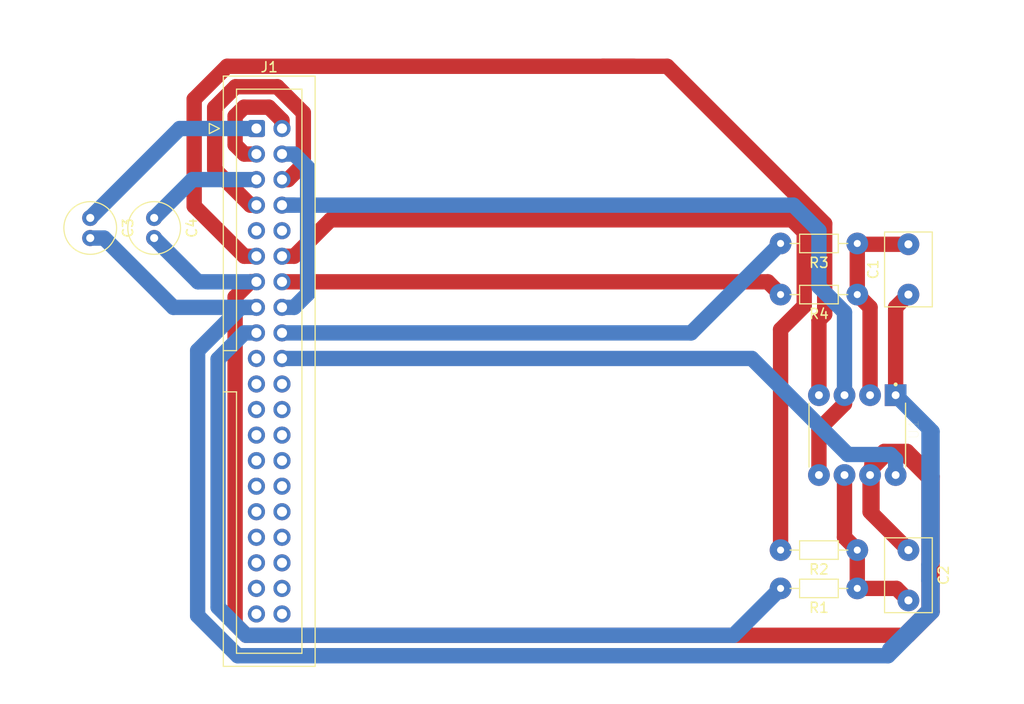
<source format=kicad_pcb>
(kicad_pcb (version 20171130) (host pcbnew "(5.1.9-0-10_14)")

  (general
    (thickness 1.6)
    (drawings 4)
    (tracks 124)
    (zones 0)
    (modules 10)
    (nets 19)
  )

  (page A4)
  (layers
    (0 F.Cu signal)
    (31 B.Cu signal)
    (32 B.Adhes user)
    (33 F.Adhes user)
    (34 B.Paste user)
    (35 F.Paste user)
    (36 B.SilkS user)
    (37 F.SilkS user)
    (38 B.Mask user)
    (39 F.Mask user)
    (40 Dwgs.User user)
    (41 Cmts.User user)
    (42 Eco1.User user)
    (43 Eco2.User user)
    (44 Edge.Cuts user)
    (45 Margin user)
    (46 B.CrtYd user)
    (47 F.CrtYd user)
    (48 B.Fab user)
    (49 F.Fab user)
  )

  (setup
    (last_trace_width 1.524)
    (trace_clearance 0.508)
    (zone_clearance 0.508)
    (zone_45_only no)
    (trace_min 0.2)
    (via_size 0.8)
    (via_drill 0.4)
    (via_min_size 0.4)
    (via_min_drill 0.3)
    (uvia_size 0.3)
    (uvia_drill 0.1)
    (uvias_allowed no)
    (uvia_min_size 0.2)
    (uvia_min_drill 0.1)
    (edge_width 0.05)
    (segment_width 0.2)
    (pcb_text_width 0.3)
    (pcb_text_size 1.5 1.5)
    (mod_edge_width 0.12)
    (mod_text_size 1 1)
    (mod_text_width 0.15)
    (pad_size 1.524 1.524)
    (pad_drill 0.762)
    (pad_to_mask_clearance 0)
    (aux_axis_origin 0 0)
    (visible_elements FFFFFF7F)
    (pcbplotparams
      (layerselection 0x010fc_ffffffff)
      (usegerberextensions false)
      (usegerberattributes true)
      (usegerberadvancedattributes true)
      (creategerberjobfile true)
      (excludeedgelayer true)
      (linewidth 0.100000)
      (plotframeref false)
      (viasonmask false)
      (mode 1)
      (useauxorigin false)
      (hpglpennumber 1)
      (hpglpenspeed 20)
      (hpglpendiameter 15.000000)
      (psnegative false)
      (psa4output false)
      (plotreference true)
      (plotvalue true)
      (plotinvisibletext false)
      (padsonsilk false)
      (subtractmaskfromsilk false)
      (outputformat 1)
      (mirror false)
      (drillshape 1)
      (scaleselection 1)
      (outputdirectory ""))
  )

  (net 0 "")
  (net 1 "Net-(C1-Pad1)")
  (net 2 "Net-(C1-Pad2)")
  (net 3 "Net-(C2-Pad2)")
  (net 4 "Net-(C2-Pad1)")
  (net 5 "Net-(C3-Pad1)")
  (net 6 "Net-(C4-Pad1)")
  (net 7 "Net-(J1-Pad2)")
  (net 8 "Net-(J1-Pad6)")
  (net 9 "Net-(J1-Pad9)")
  (net 10 "Net-(J1-Pad11)")
  (net 11 "Net-(J1-Pad17)")
  (net 12 "Net-(J1-Pad19)")
  (net 13 GND)
  (net 14 "Net-(J1-Pad10)")
  (net 15 "Net-(J1-Pad12)")
  (net 16 "Net-(J1-Pad14)")
  (net 17 "Net-(J1-Pad18)")
  (net 18 "Net-(J1-Pad20)")

  (net_class Default "This is the default net class."
    (clearance 0.508)
    (trace_width 1.524)
    (via_dia 0.8)
    (via_drill 0.4)
    (uvia_dia 0.3)
    (uvia_drill 0.1)
    (add_net GND)
    (add_net "Net-(C1-Pad1)")
    (add_net "Net-(C1-Pad2)")
    (add_net "Net-(C2-Pad1)")
    (add_net "Net-(C2-Pad2)")
    (add_net "Net-(C3-Pad1)")
    (add_net "Net-(C4-Pad1)")
    (add_net "Net-(J1-Pad10)")
    (add_net "Net-(J1-Pad11)")
    (add_net "Net-(J1-Pad12)")
    (add_net "Net-(J1-Pad14)")
    (add_net "Net-(J1-Pad17)")
    (add_net "Net-(J1-Pad18)")
    (add_net "Net-(J1-Pad19)")
    (add_net "Net-(J1-Pad2)")
    (add_net "Net-(J1-Pad20)")
    (add_net "Net-(J1-Pad6)")
    (add_net "Net-(J1-Pad9)")
  )

  (module Capacitor_THT:C_Rect_L7.2mm_W4.5mm_P5.00mm_FKS2_FKP2_MKS2_MKP2 (layer F.Cu) (tedit 6072201D) (tstamp 607FA680)
    (at 386.08 788.67 90)
    (descr "C, Rect series, Radial, pin pitch=5.00mm, , length*width=7.2*4.5mm^2, Capacitor, http://www.wima.com/EN/WIMA_FKS_2.pdf")
    (tags "C Rect series Radial pin pitch 5.00mm  length 7.2mm width 4.5mm Capacitor")
    (path /60866F30)
    (fp_text reference C1 (at 2.5 -3.5 90) (layer F.SilkS)
      (effects (font (size 1 1) (thickness 0.15)))
    )
    (fp_text value 47pF (at 2.5 3.5 90) (layer F.Fab)
      (effects (font (size 1 1) (thickness 0.15)))
    )
    (fp_line (start 6.35 -2.5) (end -1.35 -2.5) (layer F.CrtYd) (width 0.05))
    (fp_line (start 6.35 2.5) (end 6.35 -2.5) (layer F.CrtYd) (width 0.05))
    (fp_line (start -1.35 2.5) (end 6.35 2.5) (layer F.CrtYd) (width 0.05))
    (fp_line (start -1.35 -2.5) (end -1.35 2.5) (layer F.CrtYd) (width 0.05))
    (fp_line (start 6.22 -2.37) (end 6.22 2.37) (layer F.SilkS) (width 0.12))
    (fp_line (start -1.22 -2.37) (end -1.22 2.37) (layer F.SilkS) (width 0.12))
    (fp_line (start -1.22 2.37) (end 6.22 2.37) (layer F.SilkS) (width 0.12))
    (fp_line (start -1.22 -2.37) (end 6.22 -2.37) (layer F.SilkS) (width 0.12))
    (fp_line (start 6.1 -2.25) (end -1.1 -2.25) (layer F.Fab) (width 0.1))
    (fp_line (start 6.1 2.25) (end 6.1 -2.25) (layer F.Fab) (width 0.1))
    (fp_line (start -1.1 2.25) (end 6.1 2.25) (layer F.Fab) (width 0.1))
    (fp_line (start -1.1 -2.25) (end -1.1 2.25) (layer F.Fab) (width 0.1))
    (fp_text user %R (at 2.5 0 90) (layer F.Fab)
      (effects (font (size 1 1) (thickness 0.15)))
    )
    (pad 1 thru_hole circle (at 0 0 90) (size 2.159 2.159) (drill 0.8) (layers *.Cu *.Mask)
      (net 1 "Net-(C1-Pad1)"))
    (pad 2 thru_hole circle (at 5 0 90) (size 2.159 2.159) (drill 0.8) (layers *.Cu *.Mask)
      (net 2 "Net-(C1-Pad2)"))
    (model ${KISYS3DMOD}/Capacitor_THT.3dshapes/C_Rect_L7.2mm_W4.5mm_P5.00mm_FKS2_FKP2_MKS2_MKP2.wrl
      (at (xyz 0 0 0))
      (scale (xyz 1 1 1))
      (rotate (xyz 0 0 0))
    )
  )

  (module Capacitor_THT:C_Rect_L7.2mm_W4.5mm_P5.00mm_FKS2_FKP2_MKS2_MKP2 (layer F.Cu) (tedit 6072201D) (tstamp 607FA29C)
    (at 386.08 814.07 270)
    (descr "C, Rect series, Radial, pin pitch=5.00mm, , length*width=7.2*4.5mm^2, Capacitor, http://www.wima.com/EN/WIMA_FKS_2.pdf")
    (tags "C Rect series Radial pin pitch 5.00mm  length 7.2mm width 4.5mm Capacitor")
    (path /60867446)
    (fp_text reference C2 (at 2.5 -3.5 90) (layer F.SilkS)
      (effects (font (size 1 1) (thickness 0.15)))
    )
    (fp_text value 47pF (at 2.5 3.5 90) (layer F.Fab)
      (effects (font (size 1 1) (thickness 0.15)))
    )
    (fp_line (start -1.1 -2.25) (end -1.1 2.25) (layer F.Fab) (width 0.1))
    (fp_line (start -1.1 2.25) (end 6.1 2.25) (layer F.Fab) (width 0.1))
    (fp_line (start 6.1 2.25) (end 6.1 -2.25) (layer F.Fab) (width 0.1))
    (fp_line (start 6.1 -2.25) (end -1.1 -2.25) (layer F.Fab) (width 0.1))
    (fp_line (start -1.22 -2.37) (end 6.22 -2.37) (layer F.SilkS) (width 0.12))
    (fp_line (start -1.22 2.37) (end 6.22 2.37) (layer F.SilkS) (width 0.12))
    (fp_line (start -1.22 -2.37) (end -1.22 2.37) (layer F.SilkS) (width 0.12))
    (fp_line (start 6.22 -2.37) (end 6.22 2.37) (layer F.SilkS) (width 0.12))
    (fp_line (start -1.35 -2.5) (end -1.35 2.5) (layer F.CrtYd) (width 0.05))
    (fp_line (start -1.35 2.5) (end 6.35 2.5) (layer F.CrtYd) (width 0.05))
    (fp_line (start 6.35 2.5) (end 6.35 -2.5) (layer F.CrtYd) (width 0.05))
    (fp_line (start 6.35 -2.5) (end -1.35 -2.5) (layer F.CrtYd) (width 0.05))
    (fp_text user %R (at 2.5 0 90) (layer F.Fab)
      (effects (font (size 1 1) (thickness 0.15)))
    )
    (pad 2 thru_hole circle (at 5 0 270) (size 2.159 2.159) (drill 0.8) (layers *.Cu *.Mask)
      (net 3 "Net-(C2-Pad2)"))
    (pad 1 thru_hole circle (at 0 0 270) (size 2.159 2.159) (drill 0.8) (layers *.Cu *.Mask)
      (net 4 "Net-(C2-Pad1)"))
    (model ${KISYS3DMOD}/Capacitor_THT.3dshapes/C_Rect_L7.2mm_W4.5mm_P5.00mm_FKS2_FKP2_MKS2_MKP2.wrl
      (at (xyz 0 0 0))
      (scale (xyz 1 1 1))
      (rotate (xyz 0 0 0))
    )
  )

  (module Capacitor_THT:C_Radial_D5.0mm_H11.0mm_P2.00mm (layer F.Cu) (tedit 5BC5C9B9) (tstamp 607FA3C8)
    (at 304.8 781.05 270)
    (descr "C, Radial series, Radial, pin pitch=2.00mm, diameter=5mm, height=11mm, Non-Polar Electrolytic Capacitor")
    (tags "C Radial series Radial pin pitch 2.00mm diameter 5mm height 11mm Non-Polar Electrolytic Capacitor")
    (path /60819D8E)
    (fp_text reference C3 (at 1 -3.75 90) (layer F.SilkS)
      (effects (font (size 1 1) (thickness 0.15)))
    )
    (fp_text value 100uF (at 1 3.75 90) (layer F.Fab)
      (effects (font (size 1 1) (thickness 0.15)))
    )
    (fp_circle (center 1 0) (end 3.75 0) (layer F.CrtYd) (width 0.05))
    (fp_circle (center 1 0) (end 3.62 0) (layer F.SilkS) (width 0.12))
    (fp_circle (center 1 0) (end 3.5 0) (layer F.Fab) (width 0.1))
    (fp_text user %R (at 1 0 90) (layer F.Fab)
      (effects (font (size 1 1) (thickness 0.15)))
    )
    (pad 2 thru_hole circle (at 2 0 270) (size 1.6 1.6) (drill 0.8) (layers *.Cu *.Mask)
      (net 1 "Net-(C1-Pad1)"))
    (pad 1 thru_hole circle (at 0 0 270) (size 1.6 1.6) (drill 0.8) (layers *.Cu *.Mask)
      (net 5 "Net-(C3-Pad1)"))
    (model ${KISYS3DMOD}/Capacitor_THT.3dshapes/C_Radial_D5.0mm_H11.0mm_P2.00mm.wrl
      (at (xyz 0 0 0))
      (scale (xyz 1 1 1))
      (rotate (xyz 0 0 0))
    )
  )

  (module Capacitor_THT:C_Radial_D5.0mm_H11.0mm_P2.00mm (layer F.Cu) (tedit 5BC5C9B9) (tstamp 607FA3AD)
    (at 311.15 781.05 270)
    (descr "C, Radial series, Radial, pin pitch=2.00mm, diameter=5mm, height=11mm, Non-Polar Electrolytic Capacitor")
    (tags "C Radial series Radial pin pitch 2.00mm diameter 5mm height 11mm Non-Polar Electrolytic Capacitor")
    (path /60817CD0)
    (fp_text reference C4 (at 1 -3.75 90) (layer F.SilkS)
      (effects (font (size 1 1) (thickness 0.15)))
    )
    (fp_text value 100uF (at 1 3.75 90) (layer F.Fab)
      (effects (font (size 1 1) (thickness 0.15)))
    )
    (fp_circle (center 1 0) (end 3.5 0) (layer F.Fab) (width 0.1))
    (fp_circle (center 1 0) (end 3.62 0) (layer F.SilkS) (width 0.12))
    (fp_circle (center 1 0) (end 3.75 0) (layer F.CrtYd) (width 0.05))
    (fp_text user %R (at 1 0 90) (layer F.Fab)
      (effects (font (size 1 1) (thickness 0.15)))
    )
    (pad 1 thru_hole circle (at 0 0 270) (size 1.6 1.6) (drill 0.8) (layers *.Cu *.Mask)
      (net 6 "Net-(C4-Pad1)"))
    (pad 2 thru_hole circle (at 2 0 270) (size 1.6 1.6) (drill 0.8) (layers *.Cu *.Mask)
      (net 4 "Net-(C2-Pad1)"))
    (model ${KISYS3DMOD}/Capacitor_THT.3dshapes/C_Radial_D5.0mm_H11.0mm_P2.00mm.wrl
      (at (xyz 0 0 0))
      (scale (xyz 1 1 1))
      (rotate (xyz 0 0 0))
    )
  )

  (module Connector_IDC:IDC-Header_2x20_P2.54mm_Vertical (layer F.Cu) (tedit 5EAC9A07) (tstamp 607FA30C)
    (at 321.31 772.16)
    (descr "Through hole IDC box header, 2x20, 2.54mm pitch, DIN 41651 / IEC 60603-13, double rows, https://docs.google.com/spreadsheets/d/16SsEcesNF15N3Lb4niX7dcUr-NY5_MFPQhobNuNppn4/edit#gid=0")
    (tags "Through hole vertical IDC box header THT 2x20 2.54mm double row")
    (path /607D5126)
    (fp_text reference J1 (at 1.27 -6.1) (layer F.SilkS)
      (effects (font (size 1 1) (thickness 0.15)))
    )
    (fp_text value I/O (at 1.27 54.36) (layer F.Fab)
      (effects (font (size 1 1) (thickness 0.15)))
    )
    (fp_line (start -3.18 -4.1) (end -2.18 -5.1) (layer F.Fab) (width 0.1))
    (fp_line (start -2.18 -5.1) (end 5.72 -5.1) (layer F.Fab) (width 0.1))
    (fp_line (start 5.72 -5.1) (end 5.72 53.36) (layer F.Fab) (width 0.1))
    (fp_line (start 5.72 53.36) (end -3.18 53.36) (layer F.Fab) (width 0.1))
    (fp_line (start -3.18 53.36) (end -3.18 -4.1) (layer F.Fab) (width 0.1))
    (fp_line (start -3.18 22.08) (end -1.98 22.08) (layer F.Fab) (width 0.1))
    (fp_line (start -1.98 22.08) (end -1.98 -3.91) (layer F.Fab) (width 0.1))
    (fp_line (start -1.98 -3.91) (end 4.52 -3.91) (layer F.Fab) (width 0.1))
    (fp_line (start 4.52 -3.91) (end 4.52 52.17) (layer F.Fab) (width 0.1))
    (fp_line (start 4.52 52.17) (end -1.98 52.17) (layer F.Fab) (width 0.1))
    (fp_line (start -1.98 52.17) (end -1.98 26.18) (layer F.Fab) (width 0.1))
    (fp_line (start -1.98 26.18) (end -1.98 26.18) (layer F.Fab) (width 0.1))
    (fp_line (start -1.98 26.18) (end -3.18 26.18) (layer F.Fab) (width 0.1))
    (fp_line (start -3.29 -5.21) (end 5.83 -5.21) (layer F.SilkS) (width 0.12))
    (fp_line (start 5.83 -5.21) (end 5.83 53.47) (layer F.SilkS) (width 0.12))
    (fp_line (start 5.83 53.47) (end -3.29 53.47) (layer F.SilkS) (width 0.12))
    (fp_line (start -3.29 53.47) (end -3.29 -5.21) (layer F.SilkS) (width 0.12))
    (fp_line (start -3.29 22.08) (end -1.98 22.08) (layer F.SilkS) (width 0.12))
    (fp_line (start -1.98 22.08) (end -1.98 -3.91) (layer F.SilkS) (width 0.12))
    (fp_line (start -1.98 -3.91) (end 4.52 -3.91) (layer F.SilkS) (width 0.12))
    (fp_line (start 4.52 -3.91) (end 4.52 52.17) (layer F.SilkS) (width 0.12))
    (fp_line (start 4.52 52.17) (end -1.98 52.17) (layer F.SilkS) (width 0.12))
    (fp_line (start -1.98 52.17) (end -1.98 26.18) (layer F.SilkS) (width 0.12))
    (fp_line (start -1.98 26.18) (end -1.98 26.18) (layer F.SilkS) (width 0.12))
    (fp_line (start -1.98 26.18) (end -3.29 26.18) (layer F.SilkS) (width 0.12))
    (fp_line (start -3.68 0) (end -4.68 -0.5) (layer F.SilkS) (width 0.12))
    (fp_line (start -4.68 -0.5) (end -4.68 0.5) (layer F.SilkS) (width 0.12))
    (fp_line (start -4.68 0.5) (end -3.68 0) (layer F.SilkS) (width 0.12))
    (fp_line (start -3.68 -5.6) (end -3.68 53.86) (layer F.CrtYd) (width 0.05))
    (fp_line (start -3.68 53.86) (end 6.22 53.86) (layer F.CrtYd) (width 0.05))
    (fp_line (start 6.22 53.86) (end 6.22 -5.6) (layer F.CrtYd) (width 0.05))
    (fp_line (start 6.22 -5.6) (end -3.68 -5.6) (layer F.CrtYd) (width 0.05))
    (fp_text user %R (at 1.27 24.13 90) (layer F.Fab)
      (effects (font (size 1 1) (thickness 0.15)))
    )
    (pad 1 thru_hole roundrect (at 0 0) (size 1.7 1.7) (drill 1) (layers *.Cu *.Mask) (roundrect_rratio 0.147059)
      (net 5 "Net-(C3-Pad1)"))
    (pad 3 thru_hole circle (at 0 2.54) (size 1.7 1.7) (drill 1) (layers *.Cu *.Mask)
      (net 7 "Net-(J1-Pad2)"))
    (pad 5 thru_hole circle (at 0 5.08) (size 1.7 1.7) (drill 1) (layers *.Cu *.Mask)
      (net 6 "Net-(C4-Pad1)"))
    (pad 7 thru_hole circle (at 0 7.62) (size 1.7 1.7) (drill 1) (layers *.Cu *.Mask)
      (net 8 "Net-(J1-Pad6)"))
    (pad 9 thru_hole circle (at 0 10.16) (size 1.7 1.7) (drill 1) (layers *.Cu *.Mask)
      (net 9 "Net-(J1-Pad9)"))
    (pad 11 thru_hole circle (at 0 12.7) (size 1.7 1.7) (drill 1) (layers *.Cu *.Mask)
      (net 10 "Net-(J1-Pad11)"))
    (pad 13 thru_hole circle (at 0 15.24) (size 1.7 1.7) (drill 1) (layers *.Cu *.Mask)
      (net 4 "Net-(C2-Pad1)"))
    (pad 15 thru_hole circle (at 0 17.78) (size 1.7 1.7) (drill 1) (layers *.Cu *.Mask)
      (net 1 "Net-(C1-Pad1)"))
    (pad 17 thru_hole circle (at 0 20.32) (size 1.7 1.7) (drill 1) (layers *.Cu *.Mask)
      (net 11 "Net-(J1-Pad17)"))
    (pad 19 thru_hole circle (at 0 22.86) (size 1.7 1.7) (drill 1) (layers *.Cu *.Mask)
      (net 12 "Net-(J1-Pad19)"))
    (pad 21 thru_hole circle (at 0 25.4) (size 1.7 1.7) (drill 1) (layers *.Cu *.Mask))
    (pad 23 thru_hole circle (at 0 27.94) (size 1.7 1.7) (drill 1) (layers *.Cu *.Mask))
    (pad 25 thru_hole circle (at 0 30.48) (size 1.7 1.7) (drill 1) (layers *.Cu *.Mask))
    (pad 27 thru_hole circle (at 0 33.02) (size 1.7 1.7) (drill 1) (layers *.Cu *.Mask))
    (pad 29 thru_hole circle (at 0 35.56) (size 1.7 1.7) (drill 1) (layers *.Cu *.Mask))
    (pad 31 thru_hole circle (at 0 38.1) (size 1.7 1.7) (drill 1) (layers *.Cu *.Mask))
    (pad 33 thru_hole circle (at 0 40.64) (size 1.7 1.7) (drill 1) (layers *.Cu *.Mask))
    (pad 35 thru_hole circle (at 0 43.18) (size 1.7 1.7) (drill 1) (layers *.Cu *.Mask))
    (pad 37 thru_hole circle (at 0 45.72) (size 1.7 1.7) (drill 1) (layers *.Cu *.Mask))
    (pad 39 thru_hole circle (at 0 48.26) (size 1.7 1.7) (drill 1) (layers *.Cu *.Mask))
    (pad 2 thru_hole circle (at 2.54 0) (size 1.7 1.7) (drill 1) (layers *.Cu *.Mask)
      (net 7 "Net-(J1-Pad2)"))
    (pad 4 thru_hole circle (at 2.54 2.54) (size 1.7 1.7) (drill 1) (layers *.Cu *.Mask)
      (net 13 GND))
    (pad 6 thru_hole circle (at 2.54 5.08) (size 1.7 1.7) (drill 1) (layers *.Cu *.Mask)
      (net 8 "Net-(J1-Pad6)"))
    (pad 8 thru_hole circle (at 2.54 7.62) (size 1.7 1.7) (drill 1) (layers *.Cu *.Mask)
      (net 13 GND))
    (pad 10 thru_hole circle (at 2.54 10.16) (size 1.7 1.7) (drill 1) (layers *.Cu *.Mask)
      (net 14 "Net-(J1-Pad10)"))
    (pad 12 thru_hole circle (at 2.54 12.7) (size 1.7 1.7) (drill 1) (layers *.Cu *.Mask)
      (net 15 "Net-(J1-Pad12)"))
    (pad 14 thru_hole circle (at 2.54 15.24) (size 1.7 1.7) (drill 1) (layers *.Cu *.Mask)
      (net 16 "Net-(J1-Pad14)"))
    (pad 16 thru_hole circle (at 2.54 17.78) (size 1.7 1.7) (drill 1) (layers *.Cu *.Mask)
      (net 13 GND))
    (pad 18 thru_hole circle (at 2.54 20.32) (size 1.7 1.7) (drill 1) (layers *.Cu *.Mask)
      (net 17 "Net-(J1-Pad18)"))
    (pad 20 thru_hole circle (at 2.54 22.86) (size 1.7 1.7) (drill 1) (layers *.Cu *.Mask)
      (net 18 "Net-(J1-Pad20)"))
    (pad 22 thru_hole circle (at 2.54 25.4) (size 1.7 1.7) (drill 1) (layers *.Cu *.Mask))
    (pad 24 thru_hole circle (at 2.54 27.94) (size 1.7 1.7) (drill 1) (layers *.Cu *.Mask))
    (pad 26 thru_hole circle (at 2.54 30.48) (size 1.7 1.7) (drill 1) (layers *.Cu *.Mask))
    (pad 28 thru_hole circle (at 2.54 33.02) (size 1.7 1.7) (drill 1) (layers *.Cu *.Mask))
    (pad 30 thru_hole circle (at 2.54 35.56) (size 1.7 1.7) (drill 1) (layers *.Cu *.Mask))
    (pad 32 thru_hole circle (at 2.54 38.1) (size 1.7 1.7) (drill 1) (layers *.Cu *.Mask))
    (pad 34 thru_hole circle (at 2.54 40.64) (size 1.7 1.7) (drill 1) (layers *.Cu *.Mask))
    (pad 36 thru_hole circle (at 2.54 43.18) (size 1.7 1.7) (drill 1) (layers *.Cu *.Mask))
    (pad 38 thru_hole circle (at 2.54 45.72) (size 1.7 1.7) (drill 1) (layers *.Cu *.Mask))
    (pad 40 thru_hole circle (at 2.54 48.26) (size 1.7 1.7) (drill 1) (layers *.Cu *.Mask))
    (model ${KISYS3DMOD}/Connector_IDC.3dshapes/IDC-Header_2x20_P2.54mm_Vertical.wrl
      (at (xyz 0 0 0))
      (scale (xyz 1 1 1))
      (rotate (xyz 0 0 0))
    )
  )

  (module Resistor_THT:R_Axial_DIN0204_L3.6mm_D1.6mm_P7.62mm_Horizontal (layer F.Cu) (tedit 60721FB0) (tstamp 607FA636)
    (at 381 817.88 180)
    (descr "Resistor, Axial_DIN0204 series, Axial, Horizontal, pin pitch=7.62mm, 0.167W, length*diameter=3.6*1.6mm^2, http://cdn-reichelt.de/documents/datenblatt/B400/1_4W%23YAG.pdf")
    (tags "Resistor Axial_DIN0204 series Axial Horizontal pin pitch 7.62mm 0.167W length 3.6mm diameter 1.6mm")
    (path /607D2DA3)
    (fp_text reference R1 (at 3.81 -1.92) (layer F.SilkS)
      (effects (font (size 1 1) (thickness 0.15)))
    )
    (fp_text value 47K (at 3.81 1.92) (layer F.Fab)
      (effects (font (size 1 1) (thickness 0.15)))
    )
    (fp_line (start 2.01 -0.8) (end 2.01 0.8) (layer F.Fab) (width 0.1))
    (fp_line (start 2.01 0.8) (end 5.61 0.8) (layer F.Fab) (width 0.1))
    (fp_line (start 5.61 0.8) (end 5.61 -0.8) (layer F.Fab) (width 0.1))
    (fp_line (start 5.61 -0.8) (end 2.01 -0.8) (layer F.Fab) (width 0.1))
    (fp_line (start 0 0) (end 2.01 0) (layer F.Fab) (width 0.1))
    (fp_line (start 7.62 0) (end 5.61 0) (layer F.Fab) (width 0.1))
    (fp_line (start 1.89 -0.92) (end 1.89 0.92) (layer F.SilkS) (width 0.12))
    (fp_line (start 1.89 0.92) (end 5.73 0.92) (layer F.SilkS) (width 0.12))
    (fp_line (start 5.73 0.92) (end 5.73 -0.92) (layer F.SilkS) (width 0.12))
    (fp_line (start 5.73 -0.92) (end 1.89 -0.92) (layer F.SilkS) (width 0.12))
    (fp_line (start 0.94 0) (end 1.89 0) (layer F.SilkS) (width 0.12))
    (fp_line (start 6.68 0) (end 5.73 0) (layer F.SilkS) (width 0.12))
    (fp_line (start -0.95 -1.05) (end -0.95 1.05) (layer F.CrtYd) (width 0.05))
    (fp_line (start -0.95 1.05) (end 8.57 1.05) (layer F.CrtYd) (width 0.05))
    (fp_line (start 8.57 1.05) (end 8.57 -1.05) (layer F.CrtYd) (width 0.05))
    (fp_line (start 8.57 -1.05) (end -0.95 -1.05) (layer F.CrtYd) (width 0.05))
    (fp_text user %R (at 3.81 0) (layer F.Fab)
      (effects (font (size 0.72 0.72) (thickness 0.108)))
    )
    (pad 2 thru_hole oval (at 7.62 0 180) (size 2.159 2.159) (drill 0.7) (layers *.Cu *.Mask)
      (net 11 "Net-(J1-Pad17)"))
    (pad 1 thru_hole circle (at 0 0 180) (size 2.159 2.159) (drill 0.7) (layers *.Cu *.Mask)
      (net 3 "Net-(C2-Pad2)"))
    (model ${KISYS3DMOD}/Resistor_THT.3dshapes/R_Axial_DIN0204_L3.6mm_D1.6mm_P7.62mm_Horizontal.wrl
      (at (xyz 0 0 0))
      (scale (xyz 1 1 1))
      (rotate (xyz 0 0 0))
    )
  )

  (module Resistor_THT:R_Axial_DIN0204_L3.6mm_D1.6mm_P7.62mm_Horizontal (layer F.Cu) (tedit 60721FB0) (tstamp 607FA5F4)
    (at 381 814.07 180)
    (descr "Resistor, Axial_DIN0204 series, Axial, Horizontal, pin pitch=7.62mm, 0.167W, length*diameter=3.6*1.6mm^2, http://cdn-reichelt.de/documents/datenblatt/B400/1_4W%23YAG.pdf")
    (tags "Resistor Axial_DIN0204 series Axial Horizontal pin pitch 7.62mm 0.167W length 3.6mm diameter 1.6mm")
    (path /608A00D1)
    (fp_text reference R2 (at 3.81 -1.92) (layer F.SilkS)
      (effects (font (size 1 1) (thickness 0.15)))
    )
    (fp_text value 22K (at 3.81 1.92) (layer F.Fab)
      (effects (font (size 1 1) (thickness 0.15)))
    )
    (fp_line (start 2.01 -0.8) (end 2.01 0.8) (layer F.Fab) (width 0.1))
    (fp_line (start 2.01 0.8) (end 5.61 0.8) (layer F.Fab) (width 0.1))
    (fp_line (start 5.61 0.8) (end 5.61 -0.8) (layer F.Fab) (width 0.1))
    (fp_line (start 5.61 -0.8) (end 2.01 -0.8) (layer F.Fab) (width 0.1))
    (fp_line (start 0 0) (end 2.01 0) (layer F.Fab) (width 0.1))
    (fp_line (start 7.62 0) (end 5.61 0) (layer F.Fab) (width 0.1))
    (fp_line (start 1.89 -0.92) (end 1.89 0.92) (layer F.SilkS) (width 0.12))
    (fp_line (start 1.89 0.92) (end 5.73 0.92) (layer F.SilkS) (width 0.12))
    (fp_line (start 5.73 0.92) (end 5.73 -0.92) (layer F.SilkS) (width 0.12))
    (fp_line (start 5.73 -0.92) (end 1.89 -0.92) (layer F.SilkS) (width 0.12))
    (fp_line (start 0.94 0) (end 1.89 0) (layer F.SilkS) (width 0.12))
    (fp_line (start 6.68 0) (end 5.73 0) (layer F.SilkS) (width 0.12))
    (fp_line (start -0.95 -1.05) (end -0.95 1.05) (layer F.CrtYd) (width 0.05))
    (fp_line (start -0.95 1.05) (end 8.57 1.05) (layer F.CrtYd) (width 0.05))
    (fp_line (start 8.57 1.05) (end 8.57 -1.05) (layer F.CrtYd) (width 0.05))
    (fp_line (start 8.57 -1.05) (end -0.95 -1.05) (layer F.CrtYd) (width 0.05))
    (fp_text user %R (at 3.81 0) (layer F.Fab)
      (effects (font (size 0.72 0.72) (thickness 0.108)))
    )
    (pad 2 thru_hole oval (at 7.62 0 180) (size 2.159 2.159) (drill 0.7) (layers *.Cu *.Mask)
      (net 15 "Net-(J1-Pad12)"))
    (pad 1 thru_hole circle (at 0 0 180) (size 2.159 2.159) (drill 0.7) (layers *.Cu *.Mask)
      (net 3 "Net-(C2-Pad2)"))
    (model ${KISYS3DMOD}/Resistor_THT.3dshapes/R_Axial_DIN0204_L3.6mm_D1.6mm_P7.62mm_Horizontal.wrl
      (at (xyz 0 0 0))
      (scale (xyz 1 1 1))
      (rotate (xyz 0 0 0))
    )
  )

  (module Resistor_THT:R_Axial_DIN0204_L3.6mm_D1.6mm_P7.62mm_Horizontal (layer F.Cu) (tedit 60721FB0) (tstamp 607FA5B2)
    (at 381 783.59 180)
    (descr "Resistor, Axial_DIN0204 series, Axial, Horizontal, pin pitch=7.62mm, 0.167W, length*diameter=3.6*1.6mm^2, http://cdn-reichelt.de/documents/datenblatt/B400/1_4W%23YAG.pdf")
    (tags "Resistor Axial_DIN0204 series Axial Horizontal pin pitch 7.62mm 0.167W length 3.6mm diameter 1.6mm")
    (path /607D271B)
    (fp_text reference R3 (at 3.81 -1.92) (layer F.SilkS)
      (effects (font (size 1 1) (thickness 0.15)))
    )
    (fp_text value 47K (at 3.81 1.92) (layer F.Fab)
      (effects (font (size 1 1) (thickness 0.15)))
    )
    (fp_line (start 8.57 -1.05) (end -0.95 -1.05) (layer F.CrtYd) (width 0.05))
    (fp_line (start 8.57 1.05) (end 8.57 -1.05) (layer F.CrtYd) (width 0.05))
    (fp_line (start -0.95 1.05) (end 8.57 1.05) (layer F.CrtYd) (width 0.05))
    (fp_line (start -0.95 -1.05) (end -0.95 1.05) (layer F.CrtYd) (width 0.05))
    (fp_line (start 6.68 0) (end 5.73 0) (layer F.SilkS) (width 0.12))
    (fp_line (start 0.94 0) (end 1.89 0) (layer F.SilkS) (width 0.12))
    (fp_line (start 5.73 -0.92) (end 1.89 -0.92) (layer F.SilkS) (width 0.12))
    (fp_line (start 5.73 0.92) (end 5.73 -0.92) (layer F.SilkS) (width 0.12))
    (fp_line (start 1.89 0.92) (end 5.73 0.92) (layer F.SilkS) (width 0.12))
    (fp_line (start 1.89 -0.92) (end 1.89 0.92) (layer F.SilkS) (width 0.12))
    (fp_line (start 7.62 0) (end 5.61 0) (layer F.Fab) (width 0.1))
    (fp_line (start 0 0) (end 2.01 0) (layer F.Fab) (width 0.1))
    (fp_line (start 5.61 -0.8) (end 2.01 -0.8) (layer F.Fab) (width 0.1))
    (fp_line (start 5.61 0.8) (end 5.61 -0.8) (layer F.Fab) (width 0.1))
    (fp_line (start 2.01 0.8) (end 5.61 0.8) (layer F.Fab) (width 0.1))
    (fp_line (start 2.01 -0.8) (end 2.01 0.8) (layer F.Fab) (width 0.1))
    (fp_text user %R (at 3.81 0) (layer F.Fab)
      (effects (font (size 0.72 0.72) (thickness 0.108)))
    )
    (pad 1 thru_hole circle (at 0 0 180) (size 2.159 2.159) (drill 0.7) (layers *.Cu *.Mask)
      (net 2 "Net-(C1-Pad2)"))
    (pad 2 thru_hole oval (at 7.62 0 180) (size 2.159 2.159) (drill 0.7) (layers *.Cu *.Mask)
      (net 17 "Net-(J1-Pad18)"))
    (model ${KISYS3DMOD}/Resistor_THT.3dshapes/R_Axial_DIN0204_L3.6mm_D1.6mm_P7.62mm_Horizontal.wrl
      (at (xyz 0 0 0))
      (scale (xyz 1 1 1))
      (rotate (xyz 0 0 0))
    )
  )

  (module Resistor_THT:R_Axial_DIN0204_L3.6mm_D1.6mm_P7.62mm_Horizontal (layer F.Cu) (tedit 60721FB0) (tstamp 607FA570)
    (at 381 788.67 180)
    (descr "Resistor, Axial_DIN0204 series, Axial, Horizontal, pin pitch=7.62mm, 0.167W, length*diameter=3.6*1.6mm^2, http://cdn-reichelt.de/documents/datenblatt/B400/1_4W%23YAG.pdf")
    (tags "Resistor Axial_DIN0204 series Axial Horizontal pin pitch 7.62mm 0.167W length 3.6mm diameter 1.6mm")
    (path /6087FBEE)
    (fp_text reference R4 (at 3.81 -1.92) (layer F.SilkS)
      (effects (font (size 1 1) (thickness 0.15)))
    )
    (fp_text value 22K (at 3.81 1.92) (layer F.Fab)
      (effects (font (size 1 1) (thickness 0.15)))
    )
    (fp_line (start 8.57 -1.05) (end -0.95 -1.05) (layer F.CrtYd) (width 0.05))
    (fp_line (start 8.57 1.05) (end 8.57 -1.05) (layer F.CrtYd) (width 0.05))
    (fp_line (start -0.95 1.05) (end 8.57 1.05) (layer F.CrtYd) (width 0.05))
    (fp_line (start -0.95 -1.05) (end -0.95 1.05) (layer F.CrtYd) (width 0.05))
    (fp_line (start 6.68 0) (end 5.73 0) (layer F.SilkS) (width 0.12))
    (fp_line (start 0.94 0) (end 1.89 0) (layer F.SilkS) (width 0.12))
    (fp_line (start 5.73 -0.92) (end 1.89 -0.92) (layer F.SilkS) (width 0.12))
    (fp_line (start 5.73 0.92) (end 5.73 -0.92) (layer F.SilkS) (width 0.12))
    (fp_line (start 1.89 0.92) (end 5.73 0.92) (layer F.SilkS) (width 0.12))
    (fp_line (start 1.89 -0.92) (end 1.89 0.92) (layer F.SilkS) (width 0.12))
    (fp_line (start 7.62 0) (end 5.61 0) (layer F.Fab) (width 0.1))
    (fp_line (start 0 0) (end 2.01 0) (layer F.Fab) (width 0.1))
    (fp_line (start 5.61 -0.8) (end 2.01 -0.8) (layer F.Fab) (width 0.1))
    (fp_line (start 5.61 0.8) (end 5.61 -0.8) (layer F.Fab) (width 0.1))
    (fp_line (start 2.01 0.8) (end 5.61 0.8) (layer F.Fab) (width 0.1))
    (fp_line (start 2.01 -0.8) (end 2.01 0.8) (layer F.Fab) (width 0.1))
    (fp_text user %R (at 3.81 0) (layer F.Fab)
      (effects (font (size 0.72 0.72) (thickness 0.108)))
    )
    (pad 1 thru_hole circle (at 0 0 180) (size 2.159 2.159) (drill 0.7) (layers *.Cu *.Mask)
      (net 2 "Net-(C1-Pad2)"))
    (pad 2 thru_hole oval (at 7.62 0 180) (size 2.159 2.159) (drill 0.7) (layers *.Cu *.Mask)
      (net 16 "Net-(J1-Pad14)"))
    (model ${KISYS3DMOD}/Resistor_THT.3dshapes/R_Axial_DIN0204_L3.6mm_D1.6mm_P7.62mm_Horizontal.wrl
      (at (xyz 0 0 0))
      (scale (xyz 1 1 1))
      (rotate (xyz 0 0 0))
    )
  )

  (module DIP794W45P254L959H508Q8 (layer F.Cu) (tedit 60722085) (tstamp 607FA52C)
    (at 381 802.64 270)
    (path /607D1D41)
    (fp_text reference U1 (at -0.565 -5.607 90) (layer F.SilkS)
      (effects (font (size 1 1) (thickness 0.015)))
    )
    (fp_text value LM833N (at 10.865 5.607 90) (layer F.Fab)
      (effects (font (size 1 1) (thickness 0.015)))
    )
    (fp_line (start -4.785 -5.045) (end -4.785 5.045) (layer F.CrtYd) (width 0.05))
    (fp_line (start 4.785 -5.045) (end 4.785 5.045) (layer F.CrtYd) (width 0.05))
    (fp_line (start 4.785 5.045) (end -4.785 5.045) (layer F.CrtYd) (width 0.05))
    (fp_line (start 4.785 -5.045) (end -4.785 -5.045) (layer F.CrtYd) (width 0.05))
    (fp_line (start 3.175 -4.795) (end 3.175 4.795) (layer F.Fab) (width 0.127))
    (fp_line (start -3.175 -4.795) (end -3.175 4.795) (layer F.Fab) (width 0.127))
    (fp_line (start -3.175 4.795) (end 3.175 4.795) (layer F.SilkS) (width 0.127))
    (fp_line (start -3.175 -4.795) (end 3.175 -4.795) (layer F.SilkS) (width 0.127))
    (fp_line (start -3.175 4.795) (end 3.175 4.795) (layer F.Fab) (width 0.127))
    (fp_line (start -3.175 -4.795) (end 3.175 -4.795) (layer F.Fab) (width 0.127))
    (fp_circle (center -5.035 -3.81) (end -4.935 -3.81) (layer F.Fab) (width 0.2))
    (fp_circle (center -5.035 -3.81) (end -4.935 -3.81) (layer F.SilkS) (width 0.2))
    (pad 1 thru_hole rect (at -3.97 -3.81 270) (size 2.159 2.159) (drill 0.78) (layers *.Cu *.Mask)
      (net 1 "Net-(C1-Pad1)"))
    (pad 2 thru_hole circle (at -3.97 -1.27 270) (size 2.159 2.159) (drill 0.78) (layers *.Cu *.Mask)
      (net 2 "Net-(C1-Pad2)"))
    (pad 3 thru_hole circle (at -3.97 1.27 270) (size 2.159 2.159) (drill 0.78) (layers *.Cu *.Mask)
      (net 13 GND))
    (pad 4 thru_hole circle (at -3.97 3.81 270) (size 2.159 2.159) (drill 0.78) (layers *.Cu *.Mask)
      (net 10 "Net-(J1-Pad11)"))
    (pad 5 thru_hole circle (at 3.97 3.81 270) (size 2.159 2.159) (drill 0.78) (layers *.Cu *.Mask)
      (net 13 GND))
    (pad 6 thru_hole circle (at 3.97 1.27 270) (size 2.159 2.159) (drill 0.78) (layers *.Cu *.Mask)
      (net 3 "Net-(C2-Pad2)"))
    (pad 7 thru_hole circle (at 3.97 -1.27 270) (size 2.159 2.159) (drill 0.78) (layers *.Cu *.Mask)
      (net 4 "Net-(C2-Pad1)"))
    (pad 8 thru_hole circle (at 3.97 -3.81 270) (size 2.159 2.159) (drill 0.78) (layers *.Cu *.Mask)
      (net 18 "Net-(J1-Pad20)"))
  )

  (gr_line (start 295.91 759.46) (end 295.91 829.31) (layer Dwgs.User) (width 0.15))
  (gr_line (start 397.51 759.46) (end 295.91 759.46) (layer Dwgs.User) (width 0.15))
  (gr_line (start 397.51 829.31) (end 397.51 759.46) (layer Dwgs.User) (width 0.15))
  (gr_line (start 295.91 829.31) (end 397.51 829.31) (layer Dwgs.User) (width 0.15) (tstamp 607FA66C))

  (segment (start 384.81 789.94) (end 386.08 788.67) (width 1.524) (layer F.Cu) (net 1) (tstamp 607FA513) (status 20))
  (segment (start 384.81 798.67) (end 384.81 789.94) (width 1.524) (layer F.Cu) (net 1) (tstamp 607FA669) (status 10))
  (segment (start 388.121501 801.981501) (end 384.81 798.67) (width 1.524) (layer B.Cu) (net 1) (tstamp 607FA504) (status 20))
  (segment (start 388.121501 820.049921) (end 388.121501 801.981501) (width 1.524) (layer B.Cu) (net 1) (tstamp 607FA501))
  (segment (start 384.215411 823.956011) (end 388.121501 820.049921) (width 1.524) (layer B.Cu) (net 1) (tstamp 607FA4FE))
  (segment (start 306.171882 783.05) (end 304.8 783.05) (width 1.524) (layer B.Cu) (net 1) (status 20))
  (segment (start 313.061882 789.94) (end 306.171882 783.05) (width 1.524) (layer B.Cu) (net 1))
  (segment (start 321.31 789.94) (end 313.061882 789.94) (width 1.524) (layer B.Cu) (net 1) (status 10))
  (segment (start 388.429501 802.289501) (end 384.81 798.67) (width 1.524) (layer B.Cu) (net 1) (status 20))
  (segment (start 388.429501 815.197761) (end 388.429501 802.289501) (width 1.524) (layer B.Cu) (net 1))
  (segment (start 388.121501 815.505761) (end 388.429501 815.197761) (width 1.524) (layer B.Cu) (net 1))
  (segment (start 388.121501 817.108499) (end 388.121501 815.505761) (width 1.524) (layer B.Cu) (net 1))
  (segment (start 388.429501 820.197761) (end 388.429501 817.416499) (width 1.524) (layer B.Cu) (net 1))
  (segment (start 384.055251 824.572011) (end 388.429501 820.197761) (width 1.524) (layer B.Cu) (net 1))
  (segment (start 319.450713 824.572011) (end 384.055251 824.572011) (width 1.524) (layer B.Cu) (net 1))
  (segment (start 315.467991 820.589289) (end 319.450713 824.572011) (width 1.524) (layer B.Cu) (net 1))
  (segment (start 315.46799 794.246233) (end 315.467991 820.589289) (width 1.524) (layer B.Cu) (net 1))
  (segment (start 388.429501 817.416499) (end 388.121501 817.108499) (width 1.524) (layer B.Cu) (net 1))
  (segment (start 319.774223 789.94) (end 315.46799 794.246233) (width 1.524) (layer B.Cu) (net 1))
  (segment (start 321.31 789.94) (end 319.774223 789.94) (width 1.524) (layer B.Cu) (net 1) (status 10))
  (segment (start 381.08 783.67) (end 381 783.59) (width 1.524) (layer F.Cu) (net 2) (tstamp 607FA4EF) (status 30))
  (segment (start 386.08 783.67) (end 381.08 783.67) (width 1.524) (layer F.Cu) (net 2) (tstamp 607FA4EC) (status 30))
  (segment (start 382.27 789.94) (end 381 788.67) (width 1.524) (layer F.Cu) (net 2) (tstamp 607FA4E9) (status 20))
  (segment (start 382.27 798.67) (end 382.27 789.94) (width 1.524) (layer F.Cu) (net 2) (tstamp 607FA4E6) (status 10))
  (segment (start 381 788.67) (end 381 783.59) (width 1.524) (layer F.Cu) (net 2) (tstamp 607FA4E3) (status 30))
  (segment (start 379.73 812.8) (end 381 814.07) (width 1.524) (layer F.Cu) (net 3) (tstamp 607FA4E0) (status 20))
  (segment (start 379.73 806.61) (end 379.73 812.8) (width 1.524) (layer F.Cu) (net 3) (tstamp 607FA4DD) (status 10))
  (segment (start 381 817.88) (end 381 814.07) (width 1.524) (layer F.Cu) (net 3) (tstamp 607FA4DA) (status 30))
  (segment (start 384.89 817.88) (end 386.08 819.07) (width 1.524) (layer F.Cu) (net 3) (tstamp 607FA4D7) (status 20))
  (segment (start 381 817.88) (end 384.89 817.88) (width 1.524) (layer F.Cu) (net 3) (tstamp 607FA4D4) (status 10))
  (segment (start 382.27 810.26) (end 386.08 814.07) (width 1.524) (layer F.Cu) (net 4) (tstamp 607FA4D1) (status 20))
  (segment (start 382.27 806.61) (end 382.27 810.26) (width 1.524) (layer F.Cu) (net 4) (tstamp 607FA4CE) (status 10))
  (segment (start 382.27 806.128578) (end 382.27 806.61) (width 1.524) (layer F.Cu) (net 4) (tstamp 607FA4C5) (status 30))
  (segment (start 383.830079 804.568499) (end 382.27 806.128578) (width 1.524) (layer F.Cu) (net 4) (tstamp 607FA4C2) (status 20))
  (segment (start 385.789921 804.568499) (end 383.830079 804.568499) (width 1.524) (layer F.Cu) (net 4) (tstamp 607FA4BF))
  (segment (start 388.121501 806.900079) (end 385.789921 804.568499) (width 1.524) (layer F.Cu) (net 4) (tstamp 607FA4BC))
  (segment (start 388.121501 820.049921) (end 388.121501 806.900079) (width 1.524) (layer F.Cu) (net 4) (tstamp 607FA4B9))
  (segment (start 385.939421 822.232001) (end 388.121501 820.049921) (width 1.524) (layer F.Cu) (net 4) (tstamp 607FA4B6))
  (segment (start 315.5 787.4) (end 311.15 783.05) (width 1.524) (layer B.Cu) (net 4) (status 20))
  (segment (start 321.31 787.4) (end 315.5 787.4) (width 1.524) (layer B.Cu) (net 4) (status 10))
  (segment (start 382.460499 810.450499) (end 386.08 814.07) (width 1.524) (layer F.Cu) (net 4) (status 20))
  (segment (start 382.460499 805.482239) (end 382.460499 810.450499) (width 1.524) (layer F.Cu) (net 4))
  (segment (start 383.682239 804.260499) (end 382.460499 805.482239) (width 1.524) (layer F.Cu) (net 4))
  (segment (start 385.937761 804.260499) (end 383.682239 804.260499) (width 1.524) (layer F.Cu) (net 4))
  (segment (start 386.087261 822.540001) (end 388.429501 820.197761) (width 1.524) (layer F.Cu) (net 4))
  (segment (start 388.429501 820.197761) (end 388.429501 806.752239) (width 1.524) (layer F.Cu) (net 4))
  (segment (start 320.292399 822.540001) (end 386.087261 822.540001) (width 1.524) (layer F.Cu) (net 4))
  (segment (start 319.189999 821.437601) (end 320.292399 822.540001) (width 1.524) (layer F.Cu) (net 4))
  (segment (start 319.189999 788.922399) (end 319.189999 821.437601) (width 1.524) (layer F.Cu) (net 4))
  (segment (start 388.429501 806.752239) (end 385.937761 804.260499) (width 1.524) (layer F.Cu) (net 4))
  (segment (start 320.712398 787.4) (end 319.189999 788.922399) (width 1.524) (layer F.Cu) (net 4) (status 10))
  (segment (start 321.31 787.4) (end 320.712398 787.4) (width 1.524) (layer F.Cu) (net 4) (status 30))
  (segment (start 313.69 772.16) (end 304.8 781.05) (width 1.524) (layer B.Cu) (net 5) (status 20))
  (segment (start 321.31 772.16) (end 313.69 772.16) (width 1.524) (layer B.Cu) (net 5) (status 10))
  (segment (start 314.96 777.24) (end 311.15 781.05) (width 1.524) (layer B.Cu) (net 6) (status 20))
  (segment (start 321.31 777.24) (end 314.96 777.24) (width 1.524) (layer B.Cu) (net 6) (status 10))
  (segment (start 323.85 771.785956) (end 323.85 772.16) (width 1.524) (layer F.Cu) (net 7) (tstamp 607FA49E) (status 30))
  (segment (start 323.85 771.35038) (end 323.85 772.16) (width 1.524) (layer F.Cu) (net 7) (status 30))
  (segment (start 322.53961 770.03999) (end 323.85 771.35038) (width 1.524) (layer F.Cu) (net 7) (status 20))
  (segment (start 320.08039 770.03999) (end 322.53961 770.03999) (width 1.524) (layer F.Cu) (net 7))
  (segment (start 319.18999 770.93039) (end 320.08039 770.03999) (width 1.524) (layer F.Cu) (net 7))
  (segment (start 319.18999 773.782071) (end 319.18999 770.93039) (width 1.524) (layer F.Cu) (net 7))
  (segment (start 320.107919 774.7) (end 319.18999 773.782071) (width 1.524) (layer F.Cu) (net 7))
  (segment (start 321.31 774.7) (end 320.107919 774.7) (width 1.524) (layer F.Cu) (net 7) (status 10))
  (segment (start 323.991762 777.24) (end 323.85 777.24) (width 1.524) (layer F.Cu) (net 8) (tstamp 607FA489) (status 30))
  (segment (start 324.447602 777.24) (end 323.85 777.24) (width 1.524) (layer F.Cu) (net 8) (status 30))
  (segment (start 325.970001 775.717601) (end 324.447602 777.24) (width 1.524) (layer F.Cu) (net 8) (status 20))
  (segment (start 323.381297 768.007981) (end 325.970001 770.596685) (width 1.524) (layer F.Cu) (net 8))
  (segment (start 319.238704 768.00798) (end 323.381297 768.007981) (width 1.524) (layer F.Cu) (net 8))
  (segment (start 325.970001 770.596685) (end 325.970001 775.717601) (width 1.524) (layer F.Cu) (net 8))
  (segment (start 317.157981 770.088703) (end 319.238704 768.00798) (width 1.524) (layer F.Cu) (net 8))
  (segment (start 317.15798 776.225582) (end 317.157981 770.088703) (width 1.524) (layer F.Cu) (net 8))
  (segment (start 320.712398 779.78) (end 317.15798 776.225582) (width 1.524) (layer F.Cu) (net 8) (status 10))
  (segment (start 321.31 779.78) (end 320.712398 779.78) (width 1.524) (layer F.Cu) (net 8) (status 30))
  (segment (start 315.125972 769.247016) (end 318.397019 765.975971) (width 1.524) (layer F.Cu) (net 10))
  (segment (start 315.125972 779.878053) (end 315.125972 769.247016) (width 1.524) (layer F.Cu) (net 10))
  (segment (start 320.107919 784.86) (end 315.125972 779.878053) (width 1.524) (layer F.Cu) (net 10))
  (segment (start 321.31 784.86) (end 320.107919 784.86) (width 1.524) (layer F.Cu) (net 10) (status 10))
  (segment (start 362.116929 765.975971) (end 355.765971 765.975971) (width 1.524) (layer F.Cu) (net 10))
  (segment (start 377.76151 781.620552) (end 362.116929 765.975971) (width 1.524) (layer F.Cu) (net 10))
  (segment (start 377.19 791.210958) (end 377.761511 790.639447) (width 1.524) (layer F.Cu) (net 10))
  (segment (start 377.761511 790.639447) (end 377.76151 781.620552) (width 1.524) (layer F.Cu) (net 10))
  (segment (start 377.19 798.67) (end 377.19 791.210958) (width 1.524) (layer F.Cu) (net 10) (status 10))
  (segment (start 355.765971 765.975971) (end 358.787393 765.975971) (width 1.524) (layer F.Cu) (net 10))
  (segment (start 318.397019 765.975971) (end 355.765971 765.975971) (width 1.524) (layer F.Cu) (net 10))
  (segment (start 369.027999 822.232001) (end 373.38 817.88) (width 1.524) (layer B.Cu) (net 11) (tstamp 607FA44D) (status 20))
  (segment (start 320.107919 792.48) (end 317.5 795.087919) (width 1.524) (layer B.Cu) (net 11))
  (segment (start 321.31 792.48) (end 320.107919 792.48) (width 1.524) (layer B.Cu) (net 11) (status 10))
  (segment (start 320.292399 822.540001) (end 368.719999 822.540001) (width 1.524) (layer B.Cu) (net 11))
  (segment (start 317.5 819.747602) (end 320.292399 822.540001) (width 1.524) (layer B.Cu) (net 11))
  (segment (start 368.719999 822.540001) (end 373.38 817.88) (width 1.524) (layer B.Cu) (net 11) (status 20))
  (segment (start 317.5 795.087919) (end 317.5 819.747602) (width 1.524) (layer B.Cu) (net 11))
  (segment (start 379.73 799.527342) (end 379.73 798.67) (width 1.524) (layer F.Cu) (net 13) (tstamp 607FA43E) (status 30))
  (segment (start 377.19 802.067342) (end 379.73 799.527342) (width 1.524) (layer F.Cu) (net 13) (tstamp 607FA43B) (status 20))
  (segment (start 377.19 806.61) (end 377.19 802.067342) (width 1.524) (layer F.Cu) (net 13) (tstamp 607FA438) (status 10))
  (segment (start 323.85 779.78) (end 326.39 779.78) (width 1.524) (layer B.Cu) (net 13) (tstamp 607FA429) (status 10))
  (segment (start 325.052081 779.78) (end 323.85 779.78) (width 1.524) (layer B.Cu) (net 13) (tstamp 607FA423) (status 20))
  (segment (start 379.73 798.67) (end 379.73 790.421422) (width 1.524) (layer B.Cu) (net 13) (tstamp 607FA417) (status 10))
  (segment (start 379.73 790.421422) (end 377.19 787.881422) (width 1.524) (layer B.Cu) (net 13) (tstamp 607FA414))
  (segment (start 377.19 787.881422) (end 377.19 782.32) (width 1.524) (layer B.Cu) (net 13) (tstamp 607FA411))
  (segment (start 374.65 779.78) (end 377.19 782.32) (width 1.524) (layer B.Cu) (net 13) (tstamp 607FA40E))
  (segment (start 325.052081 774.7) (end 326.39 776.037919) (width 1.524) (layer B.Cu) (net 13))
  (segment (start 323.85 774.7) (end 325.052081 774.7) (width 1.524) (layer B.Cu) (net 13) (status 10))
  (segment (start 326.39 776.037919) (end 326.39 779.78) (width 1.524) (layer B.Cu) (net 13))
  (segment (start 326.39 779.78) (end 374.65 779.78) (width 1.524) (layer B.Cu) (net 13))
  (segment (start 326.39 788.602081) (end 326.39 779.78) (width 1.524) (layer B.Cu) (net 13))
  (segment (start 325.052081 789.94) (end 326.39 788.602081) (width 1.524) (layer B.Cu) (net 13))
  (segment (start 323.85 789.94) (end 325.052081 789.94) (width 1.524) (layer B.Cu) (net 13) (status 10))
  (segment (start 325.052081 784.86) (end 323.85 784.86) (width 1.524) (layer F.Cu) (net 15) (status 20))
  (segment (start 328.671582 781.240499) (end 325.052081 784.86) (width 1.524) (layer F.Cu) (net 15))
  (segment (start 374.507761 781.240499) (end 328.671582 781.240499) (width 1.524) (layer F.Cu) (net 15))
  (segment (start 375.729501 789.797761) (end 375.729501 782.462239) (width 1.524) (layer F.Cu) (net 15))
  (segment (start 375.729501 782.462239) (end 374.507761 781.240499) (width 1.524) (layer F.Cu) (net 15))
  (segment (start 373.38 792.147262) (end 375.729501 789.797761) (width 1.524) (layer F.Cu) (net 15))
  (segment (start 373.38 814.07) (end 373.38 792.147262) (width 1.524) (layer F.Cu) (net 15) (status 10))
  (segment (start 373.38 788.67) (end 372.11 787.4) (width 1.524) (layer F.Cu) (net 16) (tstamp 607FA3F3) (status 10))
  (segment (start 372.11 787.4) (end 323.85 787.4) (width 1.524) (layer F.Cu) (net 16) (tstamp 607FA3F0) (status 20))
  (segment (start 373.38 783.59) (end 364.49 792.48) (width 1.524) (layer B.Cu) (net 17) (tstamp 607FA3ED) (status 10))
  (segment (start 364.49 792.48) (end 323.85 792.48) (width 1.524) (layer B.Cu) (net 17) (tstamp 607FA3EA) (status 20))
  (segment (start 384.81 805.083357) (end 384.81 806.61) (width 1.524) (layer B.Cu) (net 18) (tstamp 607FA3E7) (status 20))
  (segment (start 384.295142 804.568499) (end 384.81 805.083357) (width 1.524) (layer B.Cu) (net 18) (tstamp 607FA3E4))
  (segment (start 380.067077 804.568499) (end 384.295142 804.568499) (width 1.524) (layer B.Cu) (net 18) (tstamp 607FA3E1))
  (segment (start 370.518578 795.02) (end 380.067077 804.568499) (width 1.524) (layer B.Cu) (net 18) (tstamp 607FA3DE))
  (segment (start 323.85 795.02) (end 370.518578 795.02) (width 1.524) (layer B.Cu) (net 18) (tstamp 607FA3DB) (status 10))

)

</source>
